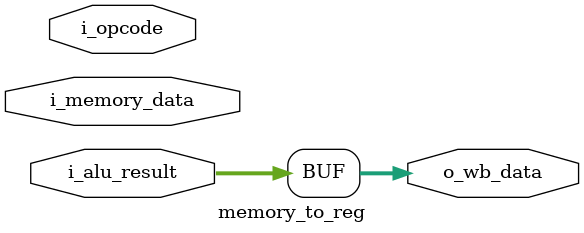
<source format=v>

module memory_to_reg ( 
    input  wire [31:0] i_memory_data,
    input  wire [31:0] i_alu_result,
    input  wire [5:0]  i_opcode,
    output wire [31:0] o_wb_data
);

    // Placeholder: select ALU result by default. Replace with opcode-based selection.
    assign o_wb_data = i_alu_result;

endmodule

</source>
